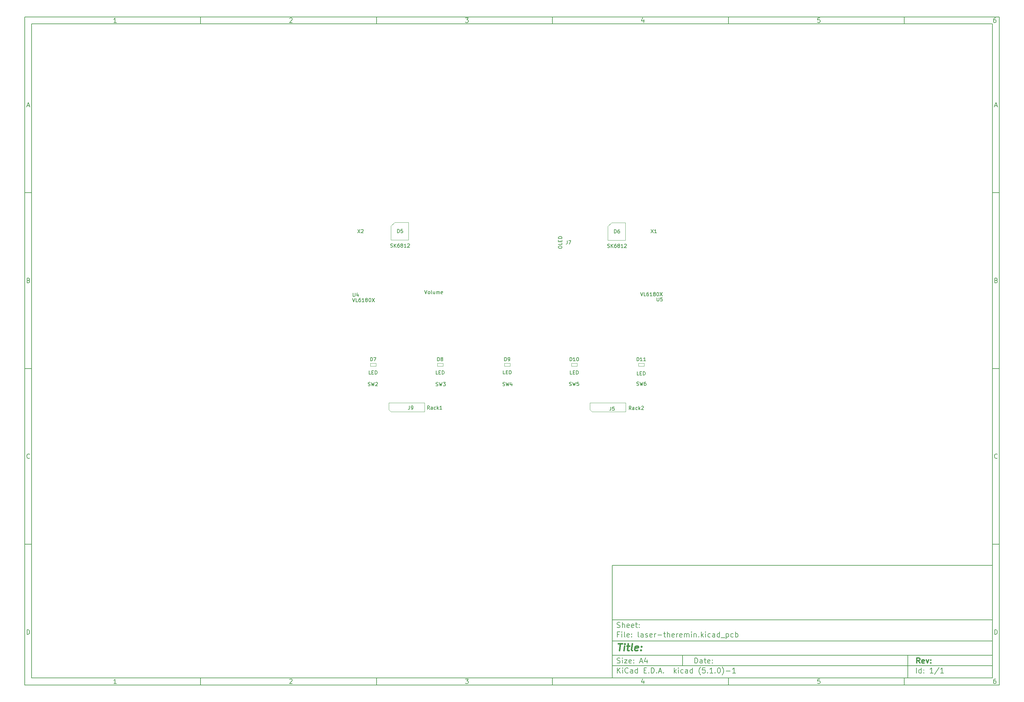
<source format=gbr>
G04 #@! TF.GenerationSoftware,KiCad,Pcbnew,(5.1.0)-1*
G04 #@! TF.CreationDate,2019-06-18T01:36:36-06:00*
G04 #@! TF.ProjectId,laser-theremin,6c617365-722d-4746-9865-72656d696e2e,rev?*
G04 #@! TF.SameCoordinates,Original*
G04 #@! TF.FileFunction,Other,Fab,Top*
%FSLAX46Y46*%
G04 Gerber Fmt 4.6, Leading zero omitted, Abs format (unit mm)*
G04 Created by KiCad (PCBNEW (5.1.0)-1) date 2019-06-18 01:36:36*
%MOMM*%
%LPD*%
G04 APERTURE LIST*
%ADD10C,0.100000*%
%ADD11C,0.150000*%
%ADD12C,0.300000*%
%ADD13C,0.400000*%
G04 APERTURE END LIST*
D10*
D11*
X177002200Y-166007200D02*
X177002200Y-198007200D01*
X285002200Y-198007200D01*
X285002200Y-166007200D01*
X177002200Y-166007200D01*
D10*
D11*
X10000000Y-10000000D02*
X10000000Y-200007200D01*
X287002200Y-200007200D01*
X287002200Y-10000000D01*
X10000000Y-10000000D01*
D10*
D11*
X12000000Y-12000000D02*
X12000000Y-198007200D01*
X285002200Y-198007200D01*
X285002200Y-12000000D01*
X12000000Y-12000000D01*
D10*
D11*
X60000000Y-12000000D02*
X60000000Y-10000000D01*
D10*
D11*
X110000000Y-12000000D02*
X110000000Y-10000000D01*
D10*
D11*
X160000000Y-12000000D02*
X160000000Y-10000000D01*
D10*
D11*
X210000000Y-12000000D02*
X210000000Y-10000000D01*
D10*
D11*
X260000000Y-12000000D02*
X260000000Y-10000000D01*
D10*
D11*
X36065476Y-11588095D02*
X35322619Y-11588095D01*
X35694047Y-11588095D02*
X35694047Y-10288095D01*
X35570238Y-10473809D01*
X35446428Y-10597619D01*
X35322619Y-10659523D01*
D10*
D11*
X85322619Y-10411904D02*
X85384523Y-10350000D01*
X85508333Y-10288095D01*
X85817857Y-10288095D01*
X85941666Y-10350000D01*
X86003571Y-10411904D01*
X86065476Y-10535714D01*
X86065476Y-10659523D01*
X86003571Y-10845238D01*
X85260714Y-11588095D01*
X86065476Y-11588095D01*
D10*
D11*
X135260714Y-10288095D02*
X136065476Y-10288095D01*
X135632142Y-10783333D01*
X135817857Y-10783333D01*
X135941666Y-10845238D01*
X136003571Y-10907142D01*
X136065476Y-11030952D01*
X136065476Y-11340476D01*
X136003571Y-11464285D01*
X135941666Y-11526190D01*
X135817857Y-11588095D01*
X135446428Y-11588095D01*
X135322619Y-11526190D01*
X135260714Y-11464285D01*
D10*
D11*
X185941666Y-10721428D02*
X185941666Y-11588095D01*
X185632142Y-10226190D02*
X185322619Y-11154761D01*
X186127380Y-11154761D01*
D10*
D11*
X236003571Y-10288095D02*
X235384523Y-10288095D01*
X235322619Y-10907142D01*
X235384523Y-10845238D01*
X235508333Y-10783333D01*
X235817857Y-10783333D01*
X235941666Y-10845238D01*
X236003571Y-10907142D01*
X236065476Y-11030952D01*
X236065476Y-11340476D01*
X236003571Y-11464285D01*
X235941666Y-11526190D01*
X235817857Y-11588095D01*
X235508333Y-11588095D01*
X235384523Y-11526190D01*
X235322619Y-11464285D01*
D10*
D11*
X285941666Y-10288095D02*
X285694047Y-10288095D01*
X285570238Y-10350000D01*
X285508333Y-10411904D01*
X285384523Y-10597619D01*
X285322619Y-10845238D01*
X285322619Y-11340476D01*
X285384523Y-11464285D01*
X285446428Y-11526190D01*
X285570238Y-11588095D01*
X285817857Y-11588095D01*
X285941666Y-11526190D01*
X286003571Y-11464285D01*
X286065476Y-11340476D01*
X286065476Y-11030952D01*
X286003571Y-10907142D01*
X285941666Y-10845238D01*
X285817857Y-10783333D01*
X285570238Y-10783333D01*
X285446428Y-10845238D01*
X285384523Y-10907142D01*
X285322619Y-11030952D01*
D10*
D11*
X60000000Y-198007200D02*
X60000000Y-200007200D01*
D10*
D11*
X110000000Y-198007200D02*
X110000000Y-200007200D01*
D10*
D11*
X160000000Y-198007200D02*
X160000000Y-200007200D01*
D10*
D11*
X210000000Y-198007200D02*
X210000000Y-200007200D01*
D10*
D11*
X260000000Y-198007200D02*
X260000000Y-200007200D01*
D10*
D11*
X36065476Y-199595295D02*
X35322619Y-199595295D01*
X35694047Y-199595295D02*
X35694047Y-198295295D01*
X35570238Y-198481009D01*
X35446428Y-198604819D01*
X35322619Y-198666723D01*
D10*
D11*
X85322619Y-198419104D02*
X85384523Y-198357200D01*
X85508333Y-198295295D01*
X85817857Y-198295295D01*
X85941666Y-198357200D01*
X86003571Y-198419104D01*
X86065476Y-198542914D01*
X86065476Y-198666723D01*
X86003571Y-198852438D01*
X85260714Y-199595295D01*
X86065476Y-199595295D01*
D10*
D11*
X135260714Y-198295295D02*
X136065476Y-198295295D01*
X135632142Y-198790533D01*
X135817857Y-198790533D01*
X135941666Y-198852438D01*
X136003571Y-198914342D01*
X136065476Y-199038152D01*
X136065476Y-199347676D01*
X136003571Y-199471485D01*
X135941666Y-199533390D01*
X135817857Y-199595295D01*
X135446428Y-199595295D01*
X135322619Y-199533390D01*
X135260714Y-199471485D01*
D10*
D11*
X185941666Y-198728628D02*
X185941666Y-199595295D01*
X185632142Y-198233390D02*
X185322619Y-199161961D01*
X186127380Y-199161961D01*
D10*
D11*
X236003571Y-198295295D02*
X235384523Y-198295295D01*
X235322619Y-198914342D01*
X235384523Y-198852438D01*
X235508333Y-198790533D01*
X235817857Y-198790533D01*
X235941666Y-198852438D01*
X236003571Y-198914342D01*
X236065476Y-199038152D01*
X236065476Y-199347676D01*
X236003571Y-199471485D01*
X235941666Y-199533390D01*
X235817857Y-199595295D01*
X235508333Y-199595295D01*
X235384523Y-199533390D01*
X235322619Y-199471485D01*
D10*
D11*
X285941666Y-198295295D02*
X285694047Y-198295295D01*
X285570238Y-198357200D01*
X285508333Y-198419104D01*
X285384523Y-198604819D01*
X285322619Y-198852438D01*
X285322619Y-199347676D01*
X285384523Y-199471485D01*
X285446428Y-199533390D01*
X285570238Y-199595295D01*
X285817857Y-199595295D01*
X285941666Y-199533390D01*
X286003571Y-199471485D01*
X286065476Y-199347676D01*
X286065476Y-199038152D01*
X286003571Y-198914342D01*
X285941666Y-198852438D01*
X285817857Y-198790533D01*
X285570238Y-198790533D01*
X285446428Y-198852438D01*
X285384523Y-198914342D01*
X285322619Y-199038152D01*
D10*
D11*
X10000000Y-60000000D02*
X12000000Y-60000000D01*
D10*
D11*
X10000000Y-110000000D02*
X12000000Y-110000000D01*
D10*
D11*
X10000000Y-160000000D02*
X12000000Y-160000000D01*
D10*
D11*
X10690476Y-35216666D02*
X11309523Y-35216666D01*
X10566666Y-35588095D02*
X11000000Y-34288095D01*
X11433333Y-35588095D01*
D10*
D11*
X11092857Y-84907142D02*
X11278571Y-84969047D01*
X11340476Y-85030952D01*
X11402380Y-85154761D01*
X11402380Y-85340476D01*
X11340476Y-85464285D01*
X11278571Y-85526190D01*
X11154761Y-85588095D01*
X10659523Y-85588095D01*
X10659523Y-84288095D01*
X11092857Y-84288095D01*
X11216666Y-84350000D01*
X11278571Y-84411904D01*
X11340476Y-84535714D01*
X11340476Y-84659523D01*
X11278571Y-84783333D01*
X11216666Y-84845238D01*
X11092857Y-84907142D01*
X10659523Y-84907142D01*
D10*
D11*
X11402380Y-135464285D02*
X11340476Y-135526190D01*
X11154761Y-135588095D01*
X11030952Y-135588095D01*
X10845238Y-135526190D01*
X10721428Y-135402380D01*
X10659523Y-135278571D01*
X10597619Y-135030952D01*
X10597619Y-134845238D01*
X10659523Y-134597619D01*
X10721428Y-134473809D01*
X10845238Y-134350000D01*
X11030952Y-134288095D01*
X11154761Y-134288095D01*
X11340476Y-134350000D01*
X11402380Y-134411904D01*
D10*
D11*
X10659523Y-185588095D02*
X10659523Y-184288095D01*
X10969047Y-184288095D01*
X11154761Y-184350000D01*
X11278571Y-184473809D01*
X11340476Y-184597619D01*
X11402380Y-184845238D01*
X11402380Y-185030952D01*
X11340476Y-185278571D01*
X11278571Y-185402380D01*
X11154761Y-185526190D01*
X10969047Y-185588095D01*
X10659523Y-185588095D01*
D10*
D11*
X287002200Y-60000000D02*
X285002200Y-60000000D01*
D10*
D11*
X287002200Y-110000000D02*
X285002200Y-110000000D01*
D10*
D11*
X287002200Y-160000000D02*
X285002200Y-160000000D01*
D10*
D11*
X285692676Y-35216666D02*
X286311723Y-35216666D01*
X285568866Y-35588095D02*
X286002200Y-34288095D01*
X286435533Y-35588095D01*
D10*
D11*
X286095057Y-84907142D02*
X286280771Y-84969047D01*
X286342676Y-85030952D01*
X286404580Y-85154761D01*
X286404580Y-85340476D01*
X286342676Y-85464285D01*
X286280771Y-85526190D01*
X286156961Y-85588095D01*
X285661723Y-85588095D01*
X285661723Y-84288095D01*
X286095057Y-84288095D01*
X286218866Y-84350000D01*
X286280771Y-84411904D01*
X286342676Y-84535714D01*
X286342676Y-84659523D01*
X286280771Y-84783333D01*
X286218866Y-84845238D01*
X286095057Y-84907142D01*
X285661723Y-84907142D01*
D10*
D11*
X286404580Y-135464285D02*
X286342676Y-135526190D01*
X286156961Y-135588095D01*
X286033152Y-135588095D01*
X285847438Y-135526190D01*
X285723628Y-135402380D01*
X285661723Y-135278571D01*
X285599819Y-135030952D01*
X285599819Y-134845238D01*
X285661723Y-134597619D01*
X285723628Y-134473809D01*
X285847438Y-134350000D01*
X286033152Y-134288095D01*
X286156961Y-134288095D01*
X286342676Y-134350000D01*
X286404580Y-134411904D01*
D10*
D11*
X285661723Y-185588095D02*
X285661723Y-184288095D01*
X285971247Y-184288095D01*
X286156961Y-184350000D01*
X286280771Y-184473809D01*
X286342676Y-184597619D01*
X286404580Y-184845238D01*
X286404580Y-185030952D01*
X286342676Y-185278571D01*
X286280771Y-185402380D01*
X286156961Y-185526190D01*
X285971247Y-185588095D01*
X285661723Y-185588095D01*
D10*
D11*
X200434342Y-193785771D02*
X200434342Y-192285771D01*
X200791485Y-192285771D01*
X201005771Y-192357200D01*
X201148628Y-192500057D01*
X201220057Y-192642914D01*
X201291485Y-192928628D01*
X201291485Y-193142914D01*
X201220057Y-193428628D01*
X201148628Y-193571485D01*
X201005771Y-193714342D01*
X200791485Y-193785771D01*
X200434342Y-193785771D01*
X202577200Y-193785771D02*
X202577200Y-193000057D01*
X202505771Y-192857200D01*
X202362914Y-192785771D01*
X202077200Y-192785771D01*
X201934342Y-192857200D01*
X202577200Y-193714342D02*
X202434342Y-193785771D01*
X202077200Y-193785771D01*
X201934342Y-193714342D01*
X201862914Y-193571485D01*
X201862914Y-193428628D01*
X201934342Y-193285771D01*
X202077200Y-193214342D01*
X202434342Y-193214342D01*
X202577200Y-193142914D01*
X203077200Y-192785771D02*
X203648628Y-192785771D01*
X203291485Y-192285771D02*
X203291485Y-193571485D01*
X203362914Y-193714342D01*
X203505771Y-193785771D01*
X203648628Y-193785771D01*
X204720057Y-193714342D02*
X204577200Y-193785771D01*
X204291485Y-193785771D01*
X204148628Y-193714342D01*
X204077200Y-193571485D01*
X204077200Y-193000057D01*
X204148628Y-192857200D01*
X204291485Y-192785771D01*
X204577200Y-192785771D01*
X204720057Y-192857200D01*
X204791485Y-193000057D01*
X204791485Y-193142914D01*
X204077200Y-193285771D01*
X205434342Y-193642914D02*
X205505771Y-193714342D01*
X205434342Y-193785771D01*
X205362914Y-193714342D01*
X205434342Y-193642914D01*
X205434342Y-193785771D01*
X205434342Y-192857200D02*
X205505771Y-192928628D01*
X205434342Y-193000057D01*
X205362914Y-192928628D01*
X205434342Y-192857200D01*
X205434342Y-193000057D01*
D10*
D11*
X177002200Y-194507200D02*
X285002200Y-194507200D01*
D10*
D11*
X178434342Y-196585771D02*
X178434342Y-195085771D01*
X179291485Y-196585771D02*
X178648628Y-195728628D01*
X179291485Y-195085771D02*
X178434342Y-195942914D01*
X179934342Y-196585771D02*
X179934342Y-195585771D01*
X179934342Y-195085771D02*
X179862914Y-195157200D01*
X179934342Y-195228628D01*
X180005771Y-195157200D01*
X179934342Y-195085771D01*
X179934342Y-195228628D01*
X181505771Y-196442914D02*
X181434342Y-196514342D01*
X181220057Y-196585771D01*
X181077200Y-196585771D01*
X180862914Y-196514342D01*
X180720057Y-196371485D01*
X180648628Y-196228628D01*
X180577200Y-195942914D01*
X180577200Y-195728628D01*
X180648628Y-195442914D01*
X180720057Y-195300057D01*
X180862914Y-195157200D01*
X181077200Y-195085771D01*
X181220057Y-195085771D01*
X181434342Y-195157200D01*
X181505771Y-195228628D01*
X182791485Y-196585771D02*
X182791485Y-195800057D01*
X182720057Y-195657200D01*
X182577200Y-195585771D01*
X182291485Y-195585771D01*
X182148628Y-195657200D01*
X182791485Y-196514342D02*
X182648628Y-196585771D01*
X182291485Y-196585771D01*
X182148628Y-196514342D01*
X182077200Y-196371485D01*
X182077200Y-196228628D01*
X182148628Y-196085771D01*
X182291485Y-196014342D01*
X182648628Y-196014342D01*
X182791485Y-195942914D01*
X184148628Y-196585771D02*
X184148628Y-195085771D01*
X184148628Y-196514342D02*
X184005771Y-196585771D01*
X183720057Y-196585771D01*
X183577200Y-196514342D01*
X183505771Y-196442914D01*
X183434342Y-196300057D01*
X183434342Y-195871485D01*
X183505771Y-195728628D01*
X183577200Y-195657200D01*
X183720057Y-195585771D01*
X184005771Y-195585771D01*
X184148628Y-195657200D01*
X186005771Y-195800057D02*
X186505771Y-195800057D01*
X186720057Y-196585771D02*
X186005771Y-196585771D01*
X186005771Y-195085771D01*
X186720057Y-195085771D01*
X187362914Y-196442914D02*
X187434342Y-196514342D01*
X187362914Y-196585771D01*
X187291485Y-196514342D01*
X187362914Y-196442914D01*
X187362914Y-196585771D01*
X188077200Y-196585771D02*
X188077200Y-195085771D01*
X188434342Y-195085771D01*
X188648628Y-195157200D01*
X188791485Y-195300057D01*
X188862914Y-195442914D01*
X188934342Y-195728628D01*
X188934342Y-195942914D01*
X188862914Y-196228628D01*
X188791485Y-196371485D01*
X188648628Y-196514342D01*
X188434342Y-196585771D01*
X188077200Y-196585771D01*
X189577200Y-196442914D02*
X189648628Y-196514342D01*
X189577200Y-196585771D01*
X189505771Y-196514342D01*
X189577200Y-196442914D01*
X189577200Y-196585771D01*
X190220057Y-196157200D02*
X190934342Y-196157200D01*
X190077200Y-196585771D02*
X190577200Y-195085771D01*
X191077200Y-196585771D01*
X191577200Y-196442914D02*
X191648628Y-196514342D01*
X191577200Y-196585771D01*
X191505771Y-196514342D01*
X191577200Y-196442914D01*
X191577200Y-196585771D01*
X194577200Y-196585771D02*
X194577200Y-195085771D01*
X194720057Y-196014342D02*
X195148628Y-196585771D01*
X195148628Y-195585771D02*
X194577200Y-196157200D01*
X195791485Y-196585771D02*
X195791485Y-195585771D01*
X195791485Y-195085771D02*
X195720057Y-195157200D01*
X195791485Y-195228628D01*
X195862914Y-195157200D01*
X195791485Y-195085771D01*
X195791485Y-195228628D01*
X197148628Y-196514342D02*
X197005771Y-196585771D01*
X196720057Y-196585771D01*
X196577200Y-196514342D01*
X196505771Y-196442914D01*
X196434342Y-196300057D01*
X196434342Y-195871485D01*
X196505771Y-195728628D01*
X196577200Y-195657200D01*
X196720057Y-195585771D01*
X197005771Y-195585771D01*
X197148628Y-195657200D01*
X198434342Y-196585771D02*
X198434342Y-195800057D01*
X198362914Y-195657200D01*
X198220057Y-195585771D01*
X197934342Y-195585771D01*
X197791485Y-195657200D01*
X198434342Y-196514342D02*
X198291485Y-196585771D01*
X197934342Y-196585771D01*
X197791485Y-196514342D01*
X197720057Y-196371485D01*
X197720057Y-196228628D01*
X197791485Y-196085771D01*
X197934342Y-196014342D01*
X198291485Y-196014342D01*
X198434342Y-195942914D01*
X199791485Y-196585771D02*
X199791485Y-195085771D01*
X199791485Y-196514342D02*
X199648628Y-196585771D01*
X199362914Y-196585771D01*
X199220057Y-196514342D01*
X199148628Y-196442914D01*
X199077200Y-196300057D01*
X199077200Y-195871485D01*
X199148628Y-195728628D01*
X199220057Y-195657200D01*
X199362914Y-195585771D01*
X199648628Y-195585771D01*
X199791485Y-195657200D01*
X202077200Y-197157200D02*
X202005771Y-197085771D01*
X201862914Y-196871485D01*
X201791485Y-196728628D01*
X201720057Y-196514342D01*
X201648628Y-196157200D01*
X201648628Y-195871485D01*
X201720057Y-195514342D01*
X201791485Y-195300057D01*
X201862914Y-195157200D01*
X202005771Y-194942914D01*
X202077200Y-194871485D01*
X203362914Y-195085771D02*
X202648628Y-195085771D01*
X202577200Y-195800057D01*
X202648628Y-195728628D01*
X202791485Y-195657200D01*
X203148628Y-195657200D01*
X203291485Y-195728628D01*
X203362914Y-195800057D01*
X203434342Y-195942914D01*
X203434342Y-196300057D01*
X203362914Y-196442914D01*
X203291485Y-196514342D01*
X203148628Y-196585771D01*
X202791485Y-196585771D01*
X202648628Y-196514342D01*
X202577200Y-196442914D01*
X204077200Y-196442914D02*
X204148628Y-196514342D01*
X204077200Y-196585771D01*
X204005771Y-196514342D01*
X204077200Y-196442914D01*
X204077200Y-196585771D01*
X205577200Y-196585771D02*
X204720057Y-196585771D01*
X205148628Y-196585771D02*
X205148628Y-195085771D01*
X205005771Y-195300057D01*
X204862914Y-195442914D01*
X204720057Y-195514342D01*
X206220057Y-196442914D02*
X206291485Y-196514342D01*
X206220057Y-196585771D01*
X206148628Y-196514342D01*
X206220057Y-196442914D01*
X206220057Y-196585771D01*
X207220057Y-195085771D02*
X207362914Y-195085771D01*
X207505771Y-195157200D01*
X207577200Y-195228628D01*
X207648628Y-195371485D01*
X207720057Y-195657200D01*
X207720057Y-196014342D01*
X207648628Y-196300057D01*
X207577200Y-196442914D01*
X207505771Y-196514342D01*
X207362914Y-196585771D01*
X207220057Y-196585771D01*
X207077200Y-196514342D01*
X207005771Y-196442914D01*
X206934342Y-196300057D01*
X206862914Y-196014342D01*
X206862914Y-195657200D01*
X206934342Y-195371485D01*
X207005771Y-195228628D01*
X207077200Y-195157200D01*
X207220057Y-195085771D01*
X208220057Y-197157200D02*
X208291485Y-197085771D01*
X208434342Y-196871485D01*
X208505771Y-196728628D01*
X208577200Y-196514342D01*
X208648628Y-196157200D01*
X208648628Y-195871485D01*
X208577200Y-195514342D01*
X208505771Y-195300057D01*
X208434342Y-195157200D01*
X208291485Y-194942914D01*
X208220057Y-194871485D01*
X209362914Y-196014342D02*
X210505771Y-196014342D01*
X212005771Y-196585771D02*
X211148628Y-196585771D01*
X211577200Y-196585771D02*
X211577200Y-195085771D01*
X211434342Y-195300057D01*
X211291485Y-195442914D01*
X211148628Y-195514342D01*
D10*
D11*
X177002200Y-191507200D02*
X285002200Y-191507200D01*
D10*
D12*
X264411485Y-193785771D02*
X263911485Y-193071485D01*
X263554342Y-193785771D02*
X263554342Y-192285771D01*
X264125771Y-192285771D01*
X264268628Y-192357200D01*
X264340057Y-192428628D01*
X264411485Y-192571485D01*
X264411485Y-192785771D01*
X264340057Y-192928628D01*
X264268628Y-193000057D01*
X264125771Y-193071485D01*
X263554342Y-193071485D01*
X265625771Y-193714342D02*
X265482914Y-193785771D01*
X265197200Y-193785771D01*
X265054342Y-193714342D01*
X264982914Y-193571485D01*
X264982914Y-193000057D01*
X265054342Y-192857200D01*
X265197200Y-192785771D01*
X265482914Y-192785771D01*
X265625771Y-192857200D01*
X265697200Y-193000057D01*
X265697200Y-193142914D01*
X264982914Y-193285771D01*
X266197200Y-192785771D02*
X266554342Y-193785771D01*
X266911485Y-192785771D01*
X267482914Y-193642914D02*
X267554342Y-193714342D01*
X267482914Y-193785771D01*
X267411485Y-193714342D01*
X267482914Y-193642914D01*
X267482914Y-193785771D01*
X267482914Y-192857200D02*
X267554342Y-192928628D01*
X267482914Y-193000057D01*
X267411485Y-192928628D01*
X267482914Y-192857200D01*
X267482914Y-193000057D01*
D10*
D11*
X178362914Y-193714342D02*
X178577200Y-193785771D01*
X178934342Y-193785771D01*
X179077200Y-193714342D01*
X179148628Y-193642914D01*
X179220057Y-193500057D01*
X179220057Y-193357200D01*
X179148628Y-193214342D01*
X179077200Y-193142914D01*
X178934342Y-193071485D01*
X178648628Y-193000057D01*
X178505771Y-192928628D01*
X178434342Y-192857200D01*
X178362914Y-192714342D01*
X178362914Y-192571485D01*
X178434342Y-192428628D01*
X178505771Y-192357200D01*
X178648628Y-192285771D01*
X179005771Y-192285771D01*
X179220057Y-192357200D01*
X179862914Y-193785771D02*
X179862914Y-192785771D01*
X179862914Y-192285771D02*
X179791485Y-192357200D01*
X179862914Y-192428628D01*
X179934342Y-192357200D01*
X179862914Y-192285771D01*
X179862914Y-192428628D01*
X180434342Y-192785771D02*
X181220057Y-192785771D01*
X180434342Y-193785771D01*
X181220057Y-193785771D01*
X182362914Y-193714342D02*
X182220057Y-193785771D01*
X181934342Y-193785771D01*
X181791485Y-193714342D01*
X181720057Y-193571485D01*
X181720057Y-193000057D01*
X181791485Y-192857200D01*
X181934342Y-192785771D01*
X182220057Y-192785771D01*
X182362914Y-192857200D01*
X182434342Y-193000057D01*
X182434342Y-193142914D01*
X181720057Y-193285771D01*
X183077200Y-193642914D02*
X183148628Y-193714342D01*
X183077200Y-193785771D01*
X183005771Y-193714342D01*
X183077200Y-193642914D01*
X183077200Y-193785771D01*
X183077200Y-192857200D02*
X183148628Y-192928628D01*
X183077200Y-193000057D01*
X183005771Y-192928628D01*
X183077200Y-192857200D01*
X183077200Y-193000057D01*
X184862914Y-193357200D02*
X185577200Y-193357200D01*
X184720057Y-193785771D02*
X185220057Y-192285771D01*
X185720057Y-193785771D01*
X186862914Y-192785771D02*
X186862914Y-193785771D01*
X186505771Y-192214342D02*
X186148628Y-193285771D01*
X187077200Y-193285771D01*
D10*
D11*
X263434342Y-196585771D02*
X263434342Y-195085771D01*
X264791485Y-196585771D02*
X264791485Y-195085771D01*
X264791485Y-196514342D02*
X264648628Y-196585771D01*
X264362914Y-196585771D01*
X264220057Y-196514342D01*
X264148628Y-196442914D01*
X264077200Y-196300057D01*
X264077200Y-195871485D01*
X264148628Y-195728628D01*
X264220057Y-195657200D01*
X264362914Y-195585771D01*
X264648628Y-195585771D01*
X264791485Y-195657200D01*
X265505771Y-196442914D02*
X265577200Y-196514342D01*
X265505771Y-196585771D01*
X265434342Y-196514342D01*
X265505771Y-196442914D01*
X265505771Y-196585771D01*
X265505771Y-195657200D02*
X265577200Y-195728628D01*
X265505771Y-195800057D01*
X265434342Y-195728628D01*
X265505771Y-195657200D01*
X265505771Y-195800057D01*
X268148628Y-196585771D02*
X267291485Y-196585771D01*
X267720057Y-196585771D02*
X267720057Y-195085771D01*
X267577200Y-195300057D01*
X267434342Y-195442914D01*
X267291485Y-195514342D01*
X269862914Y-195014342D02*
X268577200Y-196942914D01*
X271148628Y-196585771D02*
X270291485Y-196585771D01*
X270720057Y-196585771D02*
X270720057Y-195085771D01*
X270577200Y-195300057D01*
X270434342Y-195442914D01*
X270291485Y-195514342D01*
D10*
D11*
X177002200Y-187507200D02*
X285002200Y-187507200D01*
D10*
D13*
X178714580Y-188211961D02*
X179857438Y-188211961D01*
X179036009Y-190211961D02*
X179286009Y-188211961D01*
X180274104Y-190211961D02*
X180440771Y-188878628D01*
X180524104Y-188211961D02*
X180416961Y-188307200D01*
X180500295Y-188402438D01*
X180607438Y-188307200D01*
X180524104Y-188211961D01*
X180500295Y-188402438D01*
X181107438Y-188878628D02*
X181869342Y-188878628D01*
X181476485Y-188211961D02*
X181262200Y-189926247D01*
X181333628Y-190116723D01*
X181512200Y-190211961D01*
X181702676Y-190211961D01*
X182655057Y-190211961D02*
X182476485Y-190116723D01*
X182405057Y-189926247D01*
X182619342Y-188211961D01*
X184190771Y-190116723D02*
X183988390Y-190211961D01*
X183607438Y-190211961D01*
X183428866Y-190116723D01*
X183357438Y-189926247D01*
X183452676Y-189164342D01*
X183571723Y-188973866D01*
X183774104Y-188878628D01*
X184155057Y-188878628D01*
X184333628Y-188973866D01*
X184405057Y-189164342D01*
X184381247Y-189354819D01*
X183405057Y-189545295D01*
X185155057Y-190021485D02*
X185238390Y-190116723D01*
X185131247Y-190211961D01*
X185047914Y-190116723D01*
X185155057Y-190021485D01*
X185131247Y-190211961D01*
X185286009Y-188973866D02*
X185369342Y-189069104D01*
X185262200Y-189164342D01*
X185178866Y-189069104D01*
X185286009Y-188973866D01*
X185262200Y-189164342D01*
D10*
D11*
X178934342Y-185600057D02*
X178434342Y-185600057D01*
X178434342Y-186385771D02*
X178434342Y-184885771D01*
X179148628Y-184885771D01*
X179720057Y-186385771D02*
X179720057Y-185385771D01*
X179720057Y-184885771D02*
X179648628Y-184957200D01*
X179720057Y-185028628D01*
X179791485Y-184957200D01*
X179720057Y-184885771D01*
X179720057Y-185028628D01*
X180648628Y-186385771D02*
X180505771Y-186314342D01*
X180434342Y-186171485D01*
X180434342Y-184885771D01*
X181791485Y-186314342D02*
X181648628Y-186385771D01*
X181362914Y-186385771D01*
X181220057Y-186314342D01*
X181148628Y-186171485D01*
X181148628Y-185600057D01*
X181220057Y-185457200D01*
X181362914Y-185385771D01*
X181648628Y-185385771D01*
X181791485Y-185457200D01*
X181862914Y-185600057D01*
X181862914Y-185742914D01*
X181148628Y-185885771D01*
X182505771Y-186242914D02*
X182577200Y-186314342D01*
X182505771Y-186385771D01*
X182434342Y-186314342D01*
X182505771Y-186242914D01*
X182505771Y-186385771D01*
X182505771Y-185457200D02*
X182577200Y-185528628D01*
X182505771Y-185600057D01*
X182434342Y-185528628D01*
X182505771Y-185457200D01*
X182505771Y-185600057D01*
X184577200Y-186385771D02*
X184434342Y-186314342D01*
X184362914Y-186171485D01*
X184362914Y-184885771D01*
X185791485Y-186385771D02*
X185791485Y-185600057D01*
X185720057Y-185457200D01*
X185577200Y-185385771D01*
X185291485Y-185385771D01*
X185148628Y-185457200D01*
X185791485Y-186314342D02*
X185648628Y-186385771D01*
X185291485Y-186385771D01*
X185148628Y-186314342D01*
X185077200Y-186171485D01*
X185077200Y-186028628D01*
X185148628Y-185885771D01*
X185291485Y-185814342D01*
X185648628Y-185814342D01*
X185791485Y-185742914D01*
X186434342Y-186314342D02*
X186577200Y-186385771D01*
X186862914Y-186385771D01*
X187005771Y-186314342D01*
X187077200Y-186171485D01*
X187077200Y-186100057D01*
X187005771Y-185957200D01*
X186862914Y-185885771D01*
X186648628Y-185885771D01*
X186505771Y-185814342D01*
X186434342Y-185671485D01*
X186434342Y-185600057D01*
X186505771Y-185457200D01*
X186648628Y-185385771D01*
X186862914Y-185385771D01*
X187005771Y-185457200D01*
X188291485Y-186314342D02*
X188148628Y-186385771D01*
X187862914Y-186385771D01*
X187720057Y-186314342D01*
X187648628Y-186171485D01*
X187648628Y-185600057D01*
X187720057Y-185457200D01*
X187862914Y-185385771D01*
X188148628Y-185385771D01*
X188291485Y-185457200D01*
X188362914Y-185600057D01*
X188362914Y-185742914D01*
X187648628Y-185885771D01*
X189005771Y-186385771D02*
X189005771Y-185385771D01*
X189005771Y-185671485D02*
X189077200Y-185528628D01*
X189148628Y-185457200D01*
X189291485Y-185385771D01*
X189434342Y-185385771D01*
X189934342Y-185814342D02*
X191077200Y-185814342D01*
X191577200Y-185385771D02*
X192148628Y-185385771D01*
X191791485Y-184885771D02*
X191791485Y-186171485D01*
X191862914Y-186314342D01*
X192005771Y-186385771D01*
X192148628Y-186385771D01*
X192648628Y-186385771D02*
X192648628Y-184885771D01*
X193291485Y-186385771D02*
X193291485Y-185600057D01*
X193220057Y-185457200D01*
X193077200Y-185385771D01*
X192862914Y-185385771D01*
X192720057Y-185457200D01*
X192648628Y-185528628D01*
X194577200Y-186314342D02*
X194434342Y-186385771D01*
X194148628Y-186385771D01*
X194005771Y-186314342D01*
X193934342Y-186171485D01*
X193934342Y-185600057D01*
X194005771Y-185457200D01*
X194148628Y-185385771D01*
X194434342Y-185385771D01*
X194577200Y-185457200D01*
X194648628Y-185600057D01*
X194648628Y-185742914D01*
X193934342Y-185885771D01*
X195291485Y-186385771D02*
X195291485Y-185385771D01*
X195291485Y-185671485D02*
X195362914Y-185528628D01*
X195434342Y-185457200D01*
X195577200Y-185385771D01*
X195720057Y-185385771D01*
X196791485Y-186314342D02*
X196648628Y-186385771D01*
X196362914Y-186385771D01*
X196220057Y-186314342D01*
X196148628Y-186171485D01*
X196148628Y-185600057D01*
X196220057Y-185457200D01*
X196362914Y-185385771D01*
X196648628Y-185385771D01*
X196791485Y-185457200D01*
X196862914Y-185600057D01*
X196862914Y-185742914D01*
X196148628Y-185885771D01*
X197505771Y-186385771D02*
X197505771Y-185385771D01*
X197505771Y-185528628D02*
X197577200Y-185457200D01*
X197720057Y-185385771D01*
X197934342Y-185385771D01*
X198077200Y-185457200D01*
X198148628Y-185600057D01*
X198148628Y-186385771D01*
X198148628Y-185600057D02*
X198220057Y-185457200D01*
X198362914Y-185385771D01*
X198577200Y-185385771D01*
X198720057Y-185457200D01*
X198791485Y-185600057D01*
X198791485Y-186385771D01*
X199505771Y-186385771D02*
X199505771Y-185385771D01*
X199505771Y-184885771D02*
X199434342Y-184957200D01*
X199505771Y-185028628D01*
X199577200Y-184957200D01*
X199505771Y-184885771D01*
X199505771Y-185028628D01*
X200220057Y-185385771D02*
X200220057Y-186385771D01*
X200220057Y-185528628D02*
X200291485Y-185457200D01*
X200434342Y-185385771D01*
X200648628Y-185385771D01*
X200791485Y-185457200D01*
X200862914Y-185600057D01*
X200862914Y-186385771D01*
X201577200Y-186242914D02*
X201648628Y-186314342D01*
X201577200Y-186385771D01*
X201505771Y-186314342D01*
X201577200Y-186242914D01*
X201577200Y-186385771D01*
X202291485Y-186385771D02*
X202291485Y-184885771D01*
X202434342Y-185814342D02*
X202862914Y-186385771D01*
X202862914Y-185385771D02*
X202291485Y-185957200D01*
X203505771Y-186385771D02*
X203505771Y-185385771D01*
X203505771Y-184885771D02*
X203434342Y-184957200D01*
X203505771Y-185028628D01*
X203577200Y-184957200D01*
X203505771Y-184885771D01*
X203505771Y-185028628D01*
X204862914Y-186314342D02*
X204720057Y-186385771D01*
X204434342Y-186385771D01*
X204291485Y-186314342D01*
X204220057Y-186242914D01*
X204148628Y-186100057D01*
X204148628Y-185671485D01*
X204220057Y-185528628D01*
X204291485Y-185457200D01*
X204434342Y-185385771D01*
X204720057Y-185385771D01*
X204862914Y-185457200D01*
X206148628Y-186385771D02*
X206148628Y-185600057D01*
X206077200Y-185457200D01*
X205934342Y-185385771D01*
X205648628Y-185385771D01*
X205505771Y-185457200D01*
X206148628Y-186314342D02*
X206005771Y-186385771D01*
X205648628Y-186385771D01*
X205505771Y-186314342D01*
X205434342Y-186171485D01*
X205434342Y-186028628D01*
X205505771Y-185885771D01*
X205648628Y-185814342D01*
X206005771Y-185814342D01*
X206148628Y-185742914D01*
X207505771Y-186385771D02*
X207505771Y-184885771D01*
X207505771Y-186314342D02*
X207362914Y-186385771D01*
X207077200Y-186385771D01*
X206934342Y-186314342D01*
X206862914Y-186242914D01*
X206791485Y-186100057D01*
X206791485Y-185671485D01*
X206862914Y-185528628D01*
X206934342Y-185457200D01*
X207077200Y-185385771D01*
X207362914Y-185385771D01*
X207505771Y-185457200D01*
X207862914Y-186528628D02*
X209005771Y-186528628D01*
X209362914Y-185385771D02*
X209362914Y-186885771D01*
X209362914Y-185457200D02*
X209505771Y-185385771D01*
X209791485Y-185385771D01*
X209934342Y-185457200D01*
X210005771Y-185528628D01*
X210077200Y-185671485D01*
X210077200Y-186100057D01*
X210005771Y-186242914D01*
X209934342Y-186314342D01*
X209791485Y-186385771D01*
X209505771Y-186385771D01*
X209362914Y-186314342D01*
X211362914Y-186314342D02*
X211220057Y-186385771D01*
X210934342Y-186385771D01*
X210791485Y-186314342D01*
X210720057Y-186242914D01*
X210648628Y-186100057D01*
X210648628Y-185671485D01*
X210720057Y-185528628D01*
X210791485Y-185457200D01*
X210934342Y-185385771D01*
X211220057Y-185385771D01*
X211362914Y-185457200D01*
X212005771Y-186385771D02*
X212005771Y-184885771D01*
X212005771Y-185457200D02*
X212148628Y-185385771D01*
X212434342Y-185385771D01*
X212577200Y-185457200D01*
X212648628Y-185528628D01*
X212720057Y-185671485D01*
X212720057Y-186100057D01*
X212648628Y-186242914D01*
X212577200Y-186314342D01*
X212434342Y-186385771D01*
X212148628Y-186385771D01*
X212005771Y-186314342D01*
D10*
D11*
X177002200Y-181507200D02*
X285002200Y-181507200D01*
D10*
D11*
X178362914Y-183614342D02*
X178577200Y-183685771D01*
X178934342Y-183685771D01*
X179077200Y-183614342D01*
X179148628Y-183542914D01*
X179220057Y-183400057D01*
X179220057Y-183257200D01*
X179148628Y-183114342D01*
X179077200Y-183042914D01*
X178934342Y-182971485D01*
X178648628Y-182900057D01*
X178505771Y-182828628D01*
X178434342Y-182757200D01*
X178362914Y-182614342D01*
X178362914Y-182471485D01*
X178434342Y-182328628D01*
X178505771Y-182257200D01*
X178648628Y-182185771D01*
X179005771Y-182185771D01*
X179220057Y-182257200D01*
X179862914Y-183685771D02*
X179862914Y-182185771D01*
X180505771Y-183685771D02*
X180505771Y-182900057D01*
X180434342Y-182757200D01*
X180291485Y-182685771D01*
X180077200Y-182685771D01*
X179934342Y-182757200D01*
X179862914Y-182828628D01*
X181791485Y-183614342D02*
X181648628Y-183685771D01*
X181362914Y-183685771D01*
X181220057Y-183614342D01*
X181148628Y-183471485D01*
X181148628Y-182900057D01*
X181220057Y-182757200D01*
X181362914Y-182685771D01*
X181648628Y-182685771D01*
X181791485Y-182757200D01*
X181862914Y-182900057D01*
X181862914Y-183042914D01*
X181148628Y-183185771D01*
X183077200Y-183614342D02*
X182934342Y-183685771D01*
X182648628Y-183685771D01*
X182505771Y-183614342D01*
X182434342Y-183471485D01*
X182434342Y-182900057D01*
X182505771Y-182757200D01*
X182648628Y-182685771D01*
X182934342Y-182685771D01*
X183077200Y-182757200D01*
X183148628Y-182900057D01*
X183148628Y-183042914D01*
X182434342Y-183185771D01*
X183577200Y-182685771D02*
X184148628Y-182685771D01*
X183791485Y-182185771D02*
X183791485Y-183471485D01*
X183862914Y-183614342D01*
X184005771Y-183685771D01*
X184148628Y-183685771D01*
X184648628Y-183542914D02*
X184720057Y-183614342D01*
X184648628Y-183685771D01*
X184577200Y-183614342D01*
X184648628Y-183542914D01*
X184648628Y-183685771D01*
X184648628Y-182757200D02*
X184720057Y-182828628D01*
X184648628Y-182900057D01*
X184577200Y-182828628D01*
X184648628Y-182757200D01*
X184648628Y-182900057D01*
D10*
D11*
X197002200Y-191507200D02*
X197002200Y-194507200D01*
D10*
D11*
X261002200Y-191507200D02*
X261002200Y-198007200D01*
D10*
X184415000Y-109310000D02*
X184415000Y-108510000D01*
X186015000Y-109310000D02*
X184415000Y-109310000D01*
X186015000Y-108510000D02*
X186015000Y-109310000D01*
X184415000Y-108510000D02*
X186015000Y-108510000D01*
X108220000Y-109310000D02*
X108220000Y-108510000D01*
X109820000Y-109310000D02*
X108220000Y-109310000D01*
X109820000Y-108510000D02*
X109820000Y-109310000D01*
X108220000Y-108510000D02*
X109820000Y-108510000D01*
X127265000Y-109310000D02*
X127265000Y-108510000D01*
X128865000Y-109310000D02*
X127265000Y-109310000D01*
X128865000Y-108510000D02*
X128865000Y-109310000D01*
X127265000Y-108510000D02*
X128865000Y-108510000D01*
X146315000Y-109310000D02*
X146315000Y-108510000D01*
X147915000Y-109310000D02*
X146315000Y-109310000D01*
X147915000Y-108510000D02*
X147915000Y-109310000D01*
X146315000Y-108510000D02*
X147915000Y-108510000D01*
X165365000Y-109310000D02*
X165365000Y-108510000D01*
X166965000Y-109310000D02*
X165365000Y-109310000D01*
X166965000Y-108510000D02*
X166965000Y-109310000D01*
X165365000Y-108510000D02*
X166965000Y-108510000D01*
X114100000Y-69486960D02*
X115136960Y-68450000D01*
X119100000Y-73450000D02*
X114100000Y-73450000D01*
X114100000Y-73450000D02*
X114100000Y-69487600D01*
X119100000Y-68450000D02*
X119100000Y-73450000D01*
X115137600Y-68450000D02*
X119100000Y-68450000D01*
X175750000Y-69556960D02*
X176786960Y-68520000D01*
X180750000Y-73520000D02*
X175750000Y-73520000D01*
X175750000Y-73520000D02*
X175750000Y-69557600D01*
X180750000Y-68520000D02*
X180750000Y-73520000D01*
X176787600Y-68520000D02*
X180750000Y-68520000D01*
X170600000Y-121675000D02*
X170600000Y-119770000D01*
X170600000Y-119770000D02*
X180760000Y-119770000D01*
X180760000Y-119770000D02*
X180760000Y-122310000D01*
X180760000Y-122310000D02*
X171235000Y-122310000D01*
X171235000Y-122310000D02*
X170600000Y-121675000D01*
X114095000Y-122320000D02*
X113460000Y-121685000D01*
X123620000Y-122320000D02*
X114095000Y-122320000D01*
X123620000Y-119780000D02*
X123620000Y-122320000D01*
X113460000Y-119780000D02*
X123620000Y-119780000D01*
X113460000Y-121685000D02*
X113460000Y-119780000D01*
D11*
X184547142Y-111862380D02*
X184070952Y-111862380D01*
X184070952Y-110862380D01*
X184880476Y-111338571D02*
X185213809Y-111338571D01*
X185356666Y-111862380D02*
X184880476Y-111862380D01*
X184880476Y-110862380D01*
X185356666Y-110862380D01*
X185785238Y-111862380D02*
X185785238Y-110862380D01*
X186023333Y-110862380D01*
X186166190Y-110910000D01*
X186261428Y-111005238D01*
X186309047Y-111100476D01*
X186356666Y-111290952D01*
X186356666Y-111433809D01*
X186309047Y-111624285D01*
X186261428Y-111719523D01*
X186166190Y-111814761D01*
X186023333Y-111862380D01*
X185785238Y-111862380D01*
X184000714Y-107837380D02*
X184000714Y-106837380D01*
X184238809Y-106837380D01*
X184381666Y-106885000D01*
X184476904Y-106980238D01*
X184524523Y-107075476D01*
X184572142Y-107265952D01*
X184572142Y-107408809D01*
X184524523Y-107599285D01*
X184476904Y-107694523D01*
X184381666Y-107789761D01*
X184238809Y-107837380D01*
X184000714Y-107837380D01*
X185524523Y-107837380D02*
X184953095Y-107837380D01*
X185238809Y-107837380D02*
X185238809Y-106837380D01*
X185143571Y-106980238D01*
X185048333Y-107075476D01*
X184953095Y-107123095D01*
X186476904Y-107837380D02*
X185905476Y-107837380D01*
X186191190Y-107837380D02*
X186191190Y-106837380D01*
X186095952Y-106980238D01*
X186000714Y-107075476D01*
X185905476Y-107123095D01*
X108367142Y-111612380D02*
X107890952Y-111612380D01*
X107890952Y-110612380D01*
X108700476Y-111088571D02*
X109033809Y-111088571D01*
X109176666Y-111612380D02*
X108700476Y-111612380D01*
X108700476Y-110612380D01*
X109176666Y-110612380D01*
X109605238Y-111612380D02*
X109605238Y-110612380D01*
X109843333Y-110612380D01*
X109986190Y-110660000D01*
X110081428Y-110755238D01*
X110129047Y-110850476D01*
X110176666Y-111040952D01*
X110176666Y-111183809D01*
X110129047Y-111374285D01*
X110081428Y-111469523D01*
X109986190Y-111564761D01*
X109843333Y-111612380D01*
X109605238Y-111612380D01*
X108281904Y-107837380D02*
X108281904Y-106837380D01*
X108520000Y-106837380D01*
X108662857Y-106885000D01*
X108758095Y-106980238D01*
X108805714Y-107075476D01*
X108853333Y-107265952D01*
X108853333Y-107408809D01*
X108805714Y-107599285D01*
X108758095Y-107694523D01*
X108662857Y-107789761D01*
X108520000Y-107837380D01*
X108281904Y-107837380D01*
X109186666Y-106837380D02*
X109853333Y-106837380D01*
X109424761Y-107837380D01*
X127397142Y-111622380D02*
X126920952Y-111622380D01*
X126920952Y-110622380D01*
X127730476Y-111098571D02*
X128063809Y-111098571D01*
X128206666Y-111622380D02*
X127730476Y-111622380D01*
X127730476Y-110622380D01*
X128206666Y-110622380D01*
X128635238Y-111622380D02*
X128635238Y-110622380D01*
X128873333Y-110622380D01*
X129016190Y-110670000D01*
X129111428Y-110765238D01*
X129159047Y-110860476D01*
X129206666Y-111050952D01*
X129206666Y-111193809D01*
X129159047Y-111384285D01*
X129111428Y-111479523D01*
X129016190Y-111574761D01*
X128873333Y-111622380D01*
X128635238Y-111622380D01*
X127326904Y-107837380D02*
X127326904Y-106837380D01*
X127565000Y-106837380D01*
X127707857Y-106885000D01*
X127803095Y-106980238D01*
X127850714Y-107075476D01*
X127898333Y-107265952D01*
X127898333Y-107408809D01*
X127850714Y-107599285D01*
X127803095Y-107694523D01*
X127707857Y-107789761D01*
X127565000Y-107837380D01*
X127326904Y-107837380D01*
X128469761Y-107265952D02*
X128374523Y-107218333D01*
X128326904Y-107170714D01*
X128279285Y-107075476D01*
X128279285Y-107027857D01*
X128326904Y-106932619D01*
X128374523Y-106885000D01*
X128469761Y-106837380D01*
X128660238Y-106837380D01*
X128755476Y-106885000D01*
X128803095Y-106932619D01*
X128850714Y-107027857D01*
X128850714Y-107075476D01*
X128803095Y-107170714D01*
X128755476Y-107218333D01*
X128660238Y-107265952D01*
X128469761Y-107265952D01*
X128374523Y-107313571D01*
X128326904Y-107361190D01*
X128279285Y-107456428D01*
X128279285Y-107646904D01*
X128326904Y-107742142D01*
X128374523Y-107789761D01*
X128469761Y-107837380D01*
X128660238Y-107837380D01*
X128755476Y-107789761D01*
X128803095Y-107742142D01*
X128850714Y-107646904D01*
X128850714Y-107456428D01*
X128803095Y-107361190D01*
X128755476Y-107313571D01*
X128660238Y-107265952D01*
X146477142Y-111562380D02*
X146000952Y-111562380D01*
X146000952Y-110562380D01*
X146810476Y-111038571D02*
X147143809Y-111038571D01*
X147286666Y-111562380D02*
X146810476Y-111562380D01*
X146810476Y-110562380D01*
X147286666Y-110562380D01*
X147715238Y-111562380D02*
X147715238Y-110562380D01*
X147953333Y-110562380D01*
X148096190Y-110610000D01*
X148191428Y-110705238D01*
X148239047Y-110800476D01*
X148286666Y-110990952D01*
X148286666Y-111133809D01*
X148239047Y-111324285D01*
X148191428Y-111419523D01*
X148096190Y-111514761D01*
X147953333Y-111562380D01*
X147715238Y-111562380D01*
X146376904Y-107837380D02*
X146376904Y-106837380D01*
X146615000Y-106837380D01*
X146757857Y-106885000D01*
X146853095Y-106980238D01*
X146900714Y-107075476D01*
X146948333Y-107265952D01*
X146948333Y-107408809D01*
X146900714Y-107599285D01*
X146853095Y-107694523D01*
X146757857Y-107789761D01*
X146615000Y-107837380D01*
X146376904Y-107837380D01*
X147424523Y-107837380D02*
X147615000Y-107837380D01*
X147710238Y-107789761D01*
X147757857Y-107742142D01*
X147853095Y-107599285D01*
X147900714Y-107408809D01*
X147900714Y-107027857D01*
X147853095Y-106932619D01*
X147805476Y-106885000D01*
X147710238Y-106837380D01*
X147519761Y-106837380D01*
X147424523Y-106885000D01*
X147376904Y-106932619D01*
X147329285Y-107027857D01*
X147329285Y-107265952D01*
X147376904Y-107361190D01*
X147424523Y-107408809D01*
X147519761Y-107456428D01*
X147710238Y-107456428D01*
X147805476Y-107408809D01*
X147853095Y-107361190D01*
X147900714Y-107265952D01*
X165537142Y-111622380D02*
X165060952Y-111622380D01*
X165060952Y-110622380D01*
X165870476Y-111098571D02*
X166203809Y-111098571D01*
X166346666Y-111622380D02*
X165870476Y-111622380D01*
X165870476Y-110622380D01*
X166346666Y-110622380D01*
X166775238Y-111622380D02*
X166775238Y-110622380D01*
X167013333Y-110622380D01*
X167156190Y-110670000D01*
X167251428Y-110765238D01*
X167299047Y-110860476D01*
X167346666Y-111050952D01*
X167346666Y-111193809D01*
X167299047Y-111384285D01*
X167251428Y-111479523D01*
X167156190Y-111574761D01*
X167013333Y-111622380D01*
X166775238Y-111622380D01*
X164950714Y-107837380D02*
X164950714Y-106837380D01*
X165188809Y-106837380D01*
X165331666Y-106885000D01*
X165426904Y-106980238D01*
X165474523Y-107075476D01*
X165522142Y-107265952D01*
X165522142Y-107408809D01*
X165474523Y-107599285D01*
X165426904Y-107694523D01*
X165331666Y-107789761D01*
X165188809Y-107837380D01*
X164950714Y-107837380D01*
X166474523Y-107837380D02*
X165903095Y-107837380D01*
X166188809Y-107837380D02*
X166188809Y-106837380D01*
X166093571Y-106980238D01*
X165998333Y-107075476D01*
X165903095Y-107123095D01*
X167093571Y-106837380D02*
X167188809Y-106837380D01*
X167284047Y-106885000D01*
X167331666Y-106932619D01*
X167379285Y-107027857D01*
X167426904Y-107218333D01*
X167426904Y-107456428D01*
X167379285Y-107646904D01*
X167331666Y-107742142D01*
X167284047Y-107789761D01*
X167188809Y-107837380D01*
X167093571Y-107837380D01*
X166998333Y-107789761D01*
X166950714Y-107742142D01*
X166903095Y-107646904D01*
X166855476Y-107456428D01*
X166855476Y-107218333D01*
X166903095Y-107027857D01*
X166950714Y-106932619D01*
X166998333Y-106885000D01*
X167093571Y-106837380D01*
X113989523Y-75479761D02*
X114132380Y-75527380D01*
X114370476Y-75527380D01*
X114465714Y-75479761D01*
X114513333Y-75432142D01*
X114560952Y-75336904D01*
X114560952Y-75241666D01*
X114513333Y-75146428D01*
X114465714Y-75098809D01*
X114370476Y-75051190D01*
X114180000Y-75003571D01*
X114084761Y-74955952D01*
X114037142Y-74908333D01*
X113989523Y-74813095D01*
X113989523Y-74717857D01*
X114037142Y-74622619D01*
X114084761Y-74575000D01*
X114180000Y-74527380D01*
X114418095Y-74527380D01*
X114560952Y-74575000D01*
X114989523Y-75527380D02*
X114989523Y-74527380D01*
X115560952Y-75527380D02*
X115132380Y-74955952D01*
X115560952Y-74527380D02*
X114989523Y-75098809D01*
X116418095Y-74527380D02*
X116227619Y-74527380D01*
X116132380Y-74575000D01*
X116084761Y-74622619D01*
X115989523Y-74765476D01*
X115941904Y-74955952D01*
X115941904Y-75336904D01*
X115989523Y-75432142D01*
X116037142Y-75479761D01*
X116132380Y-75527380D01*
X116322857Y-75527380D01*
X116418095Y-75479761D01*
X116465714Y-75432142D01*
X116513333Y-75336904D01*
X116513333Y-75098809D01*
X116465714Y-75003571D01*
X116418095Y-74955952D01*
X116322857Y-74908333D01*
X116132380Y-74908333D01*
X116037142Y-74955952D01*
X115989523Y-75003571D01*
X115941904Y-75098809D01*
X117084761Y-74955952D02*
X116989523Y-74908333D01*
X116941904Y-74860714D01*
X116894285Y-74765476D01*
X116894285Y-74717857D01*
X116941904Y-74622619D01*
X116989523Y-74575000D01*
X117084761Y-74527380D01*
X117275238Y-74527380D01*
X117370476Y-74575000D01*
X117418095Y-74622619D01*
X117465714Y-74717857D01*
X117465714Y-74765476D01*
X117418095Y-74860714D01*
X117370476Y-74908333D01*
X117275238Y-74955952D01*
X117084761Y-74955952D01*
X116989523Y-75003571D01*
X116941904Y-75051190D01*
X116894285Y-75146428D01*
X116894285Y-75336904D01*
X116941904Y-75432142D01*
X116989523Y-75479761D01*
X117084761Y-75527380D01*
X117275238Y-75527380D01*
X117370476Y-75479761D01*
X117418095Y-75432142D01*
X117465714Y-75336904D01*
X117465714Y-75146428D01*
X117418095Y-75051190D01*
X117370476Y-75003571D01*
X117275238Y-74955952D01*
X118418095Y-75527380D02*
X117846666Y-75527380D01*
X118132380Y-75527380D02*
X118132380Y-74527380D01*
X118037142Y-74670238D01*
X117941904Y-74765476D01*
X117846666Y-74813095D01*
X118799047Y-74622619D02*
X118846666Y-74575000D01*
X118941904Y-74527380D01*
X119180000Y-74527380D01*
X119275238Y-74575000D01*
X119322857Y-74622619D01*
X119370476Y-74717857D01*
X119370476Y-74813095D01*
X119322857Y-74955952D01*
X118751428Y-75527380D01*
X119370476Y-75527380D01*
X115941904Y-71402380D02*
X115941904Y-70402380D01*
X116180000Y-70402380D01*
X116322857Y-70450000D01*
X116418095Y-70545238D01*
X116465714Y-70640476D01*
X116513333Y-70830952D01*
X116513333Y-70973809D01*
X116465714Y-71164285D01*
X116418095Y-71259523D01*
X116322857Y-71354761D01*
X116180000Y-71402380D01*
X115941904Y-71402380D01*
X117418095Y-70402380D02*
X116941904Y-70402380D01*
X116894285Y-70878571D01*
X116941904Y-70830952D01*
X117037142Y-70783333D01*
X117275238Y-70783333D01*
X117370476Y-70830952D01*
X117418095Y-70878571D01*
X117465714Y-70973809D01*
X117465714Y-71211904D01*
X117418095Y-71307142D01*
X117370476Y-71354761D01*
X117275238Y-71402380D01*
X117037142Y-71402380D01*
X116941904Y-71354761D01*
X116894285Y-71307142D01*
X175639523Y-75549761D02*
X175782380Y-75597380D01*
X176020476Y-75597380D01*
X176115714Y-75549761D01*
X176163333Y-75502142D01*
X176210952Y-75406904D01*
X176210952Y-75311666D01*
X176163333Y-75216428D01*
X176115714Y-75168809D01*
X176020476Y-75121190D01*
X175830000Y-75073571D01*
X175734761Y-75025952D01*
X175687142Y-74978333D01*
X175639523Y-74883095D01*
X175639523Y-74787857D01*
X175687142Y-74692619D01*
X175734761Y-74645000D01*
X175830000Y-74597380D01*
X176068095Y-74597380D01*
X176210952Y-74645000D01*
X176639523Y-75597380D02*
X176639523Y-74597380D01*
X177210952Y-75597380D02*
X176782380Y-75025952D01*
X177210952Y-74597380D02*
X176639523Y-75168809D01*
X178068095Y-74597380D02*
X177877619Y-74597380D01*
X177782380Y-74645000D01*
X177734761Y-74692619D01*
X177639523Y-74835476D01*
X177591904Y-75025952D01*
X177591904Y-75406904D01*
X177639523Y-75502142D01*
X177687142Y-75549761D01*
X177782380Y-75597380D01*
X177972857Y-75597380D01*
X178068095Y-75549761D01*
X178115714Y-75502142D01*
X178163333Y-75406904D01*
X178163333Y-75168809D01*
X178115714Y-75073571D01*
X178068095Y-75025952D01*
X177972857Y-74978333D01*
X177782380Y-74978333D01*
X177687142Y-75025952D01*
X177639523Y-75073571D01*
X177591904Y-75168809D01*
X178734761Y-75025952D02*
X178639523Y-74978333D01*
X178591904Y-74930714D01*
X178544285Y-74835476D01*
X178544285Y-74787857D01*
X178591904Y-74692619D01*
X178639523Y-74645000D01*
X178734761Y-74597380D01*
X178925238Y-74597380D01*
X179020476Y-74645000D01*
X179068095Y-74692619D01*
X179115714Y-74787857D01*
X179115714Y-74835476D01*
X179068095Y-74930714D01*
X179020476Y-74978333D01*
X178925238Y-75025952D01*
X178734761Y-75025952D01*
X178639523Y-75073571D01*
X178591904Y-75121190D01*
X178544285Y-75216428D01*
X178544285Y-75406904D01*
X178591904Y-75502142D01*
X178639523Y-75549761D01*
X178734761Y-75597380D01*
X178925238Y-75597380D01*
X179020476Y-75549761D01*
X179068095Y-75502142D01*
X179115714Y-75406904D01*
X179115714Y-75216428D01*
X179068095Y-75121190D01*
X179020476Y-75073571D01*
X178925238Y-75025952D01*
X180068095Y-75597380D02*
X179496666Y-75597380D01*
X179782380Y-75597380D02*
X179782380Y-74597380D01*
X179687142Y-74740238D01*
X179591904Y-74835476D01*
X179496666Y-74883095D01*
X180449047Y-74692619D02*
X180496666Y-74645000D01*
X180591904Y-74597380D01*
X180830000Y-74597380D01*
X180925238Y-74645000D01*
X180972857Y-74692619D01*
X181020476Y-74787857D01*
X181020476Y-74883095D01*
X180972857Y-75025952D01*
X180401428Y-75597380D01*
X181020476Y-75597380D01*
X177591904Y-71472380D02*
X177591904Y-70472380D01*
X177830000Y-70472380D01*
X177972857Y-70520000D01*
X178068095Y-70615238D01*
X178115714Y-70710476D01*
X178163333Y-70900952D01*
X178163333Y-71043809D01*
X178115714Y-71234285D01*
X178068095Y-71329523D01*
X177972857Y-71424761D01*
X177830000Y-71472380D01*
X177591904Y-71472380D01*
X179020476Y-70472380D02*
X178830000Y-70472380D01*
X178734761Y-70520000D01*
X178687142Y-70567619D01*
X178591904Y-70710476D01*
X178544285Y-70900952D01*
X178544285Y-71281904D01*
X178591904Y-71377142D01*
X178639523Y-71424761D01*
X178734761Y-71472380D01*
X178925238Y-71472380D01*
X179020476Y-71424761D01*
X179068095Y-71377142D01*
X179115714Y-71281904D01*
X179115714Y-71043809D01*
X179068095Y-70948571D01*
X179020476Y-70900952D01*
X178925238Y-70853333D01*
X178734761Y-70853333D01*
X178639523Y-70900952D01*
X178591904Y-70948571D01*
X178544285Y-71043809D01*
X189678095Y-89822380D02*
X189678095Y-90631904D01*
X189725714Y-90727142D01*
X189773333Y-90774761D01*
X189868571Y-90822380D01*
X190059047Y-90822380D01*
X190154285Y-90774761D01*
X190201904Y-90727142D01*
X190249523Y-90631904D01*
X190249523Y-89822380D01*
X191201904Y-89822380D02*
X190725714Y-89822380D01*
X190678095Y-90298571D01*
X190725714Y-90250952D01*
X190820952Y-90203333D01*
X191059047Y-90203333D01*
X191154285Y-90250952D01*
X191201904Y-90298571D01*
X191249523Y-90393809D01*
X191249523Y-90631904D01*
X191201904Y-90727142D01*
X191154285Y-90774761D01*
X191059047Y-90822380D01*
X190820952Y-90822380D01*
X190725714Y-90774761D01*
X190678095Y-90727142D01*
X185010952Y-88372380D02*
X185344285Y-89372380D01*
X185677619Y-88372380D01*
X186487142Y-89372380D02*
X186010952Y-89372380D01*
X186010952Y-88372380D01*
X187249047Y-88372380D02*
X187058571Y-88372380D01*
X186963333Y-88420000D01*
X186915714Y-88467619D01*
X186820476Y-88610476D01*
X186772857Y-88800952D01*
X186772857Y-89181904D01*
X186820476Y-89277142D01*
X186868095Y-89324761D01*
X186963333Y-89372380D01*
X187153809Y-89372380D01*
X187249047Y-89324761D01*
X187296666Y-89277142D01*
X187344285Y-89181904D01*
X187344285Y-88943809D01*
X187296666Y-88848571D01*
X187249047Y-88800952D01*
X187153809Y-88753333D01*
X186963333Y-88753333D01*
X186868095Y-88800952D01*
X186820476Y-88848571D01*
X186772857Y-88943809D01*
X188296666Y-89372380D02*
X187725238Y-89372380D01*
X188010952Y-89372380D02*
X188010952Y-88372380D01*
X187915714Y-88515238D01*
X187820476Y-88610476D01*
X187725238Y-88658095D01*
X188868095Y-88800952D02*
X188772857Y-88753333D01*
X188725238Y-88705714D01*
X188677619Y-88610476D01*
X188677619Y-88562857D01*
X188725238Y-88467619D01*
X188772857Y-88420000D01*
X188868095Y-88372380D01*
X189058571Y-88372380D01*
X189153809Y-88420000D01*
X189201428Y-88467619D01*
X189249047Y-88562857D01*
X189249047Y-88610476D01*
X189201428Y-88705714D01*
X189153809Y-88753333D01*
X189058571Y-88800952D01*
X188868095Y-88800952D01*
X188772857Y-88848571D01*
X188725238Y-88896190D01*
X188677619Y-88991428D01*
X188677619Y-89181904D01*
X188725238Y-89277142D01*
X188772857Y-89324761D01*
X188868095Y-89372380D01*
X189058571Y-89372380D01*
X189153809Y-89324761D01*
X189201428Y-89277142D01*
X189249047Y-89181904D01*
X189249047Y-88991428D01*
X189201428Y-88896190D01*
X189153809Y-88848571D01*
X189058571Y-88800952D01*
X189868095Y-88372380D02*
X189963333Y-88372380D01*
X190058571Y-88420000D01*
X190106190Y-88467619D01*
X190153809Y-88562857D01*
X190201428Y-88753333D01*
X190201428Y-88991428D01*
X190153809Y-89181904D01*
X190106190Y-89277142D01*
X190058571Y-89324761D01*
X189963333Y-89372380D01*
X189868095Y-89372380D01*
X189772857Y-89324761D01*
X189725238Y-89277142D01*
X189677619Y-89181904D01*
X189630000Y-88991428D01*
X189630000Y-88753333D01*
X189677619Y-88562857D01*
X189725238Y-88467619D01*
X189772857Y-88420000D01*
X189868095Y-88372380D01*
X190534761Y-88372380D02*
X191201428Y-89372380D01*
X191201428Y-88372380D02*
X190534761Y-89372380D01*
X103308095Y-88492380D02*
X103308095Y-89301904D01*
X103355714Y-89397142D01*
X103403333Y-89444761D01*
X103498571Y-89492380D01*
X103689047Y-89492380D01*
X103784285Y-89444761D01*
X103831904Y-89397142D01*
X103879523Y-89301904D01*
X103879523Y-88492380D01*
X104784285Y-88825714D02*
X104784285Y-89492380D01*
X104546190Y-88444761D02*
X104308095Y-89159047D01*
X104927142Y-89159047D01*
X103190952Y-90012380D02*
X103524285Y-91012380D01*
X103857619Y-90012380D01*
X104667142Y-91012380D02*
X104190952Y-91012380D01*
X104190952Y-90012380D01*
X105429047Y-90012380D02*
X105238571Y-90012380D01*
X105143333Y-90060000D01*
X105095714Y-90107619D01*
X105000476Y-90250476D01*
X104952857Y-90440952D01*
X104952857Y-90821904D01*
X105000476Y-90917142D01*
X105048095Y-90964761D01*
X105143333Y-91012380D01*
X105333809Y-91012380D01*
X105429047Y-90964761D01*
X105476666Y-90917142D01*
X105524285Y-90821904D01*
X105524285Y-90583809D01*
X105476666Y-90488571D01*
X105429047Y-90440952D01*
X105333809Y-90393333D01*
X105143333Y-90393333D01*
X105048095Y-90440952D01*
X105000476Y-90488571D01*
X104952857Y-90583809D01*
X106476666Y-91012380D02*
X105905238Y-91012380D01*
X106190952Y-91012380D02*
X106190952Y-90012380D01*
X106095714Y-90155238D01*
X106000476Y-90250476D01*
X105905238Y-90298095D01*
X107048095Y-90440952D02*
X106952857Y-90393333D01*
X106905238Y-90345714D01*
X106857619Y-90250476D01*
X106857619Y-90202857D01*
X106905238Y-90107619D01*
X106952857Y-90060000D01*
X107048095Y-90012380D01*
X107238571Y-90012380D01*
X107333809Y-90060000D01*
X107381428Y-90107619D01*
X107429047Y-90202857D01*
X107429047Y-90250476D01*
X107381428Y-90345714D01*
X107333809Y-90393333D01*
X107238571Y-90440952D01*
X107048095Y-90440952D01*
X106952857Y-90488571D01*
X106905238Y-90536190D01*
X106857619Y-90631428D01*
X106857619Y-90821904D01*
X106905238Y-90917142D01*
X106952857Y-90964761D01*
X107048095Y-91012380D01*
X107238571Y-91012380D01*
X107333809Y-90964761D01*
X107381428Y-90917142D01*
X107429047Y-90821904D01*
X107429047Y-90631428D01*
X107381428Y-90536190D01*
X107333809Y-90488571D01*
X107238571Y-90440952D01*
X108048095Y-90012380D02*
X108143333Y-90012380D01*
X108238571Y-90060000D01*
X108286190Y-90107619D01*
X108333809Y-90202857D01*
X108381428Y-90393333D01*
X108381428Y-90631428D01*
X108333809Y-90821904D01*
X108286190Y-90917142D01*
X108238571Y-90964761D01*
X108143333Y-91012380D01*
X108048095Y-91012380D01*
X107952857Y-90964761D01*
X107905238Y-90917142D01*
X107857619Y-90821904D01*
X107810000Y-90631428D01*
X107810000Y-90393333D01*
X107857619Y-90202857D01*
X107905238Y-90107619D01*
X107952857Y-90060000D01*
X108048095Y-90012380D01*
X108714761Y-90012380D02*
X109381428Y-91012380D01*
X109381428Y-90012380D02*
X108714761Y-91012380D01*
X123674761Y-87762380D02*
X124008095Y-88762380D01*
X124341428Y-87762380D01*
X124817619Y-88762380D02*
X124722380Y-88714761D01*
X124674761Y-88667142D01*
X124627142Y-88571904D01*
X124627142Y-88286190D01*
X124674761Y-88190952D01*
X124722380Y-88143333D01*
X124817619Y-88095714D01*
X124960476Y-88095714D01*
X125055714Y-88143333D01*
X125103333Y-88190952D01*
X125150952Y-88286190D01*
X125150952Y-88571904D01*
X125103333Y-88667142D01*
X125055714Y-88714761D01*
X124960476Y-88762380D01*
X124817619Y-88762380D01*
X125722380Y-88762380D02*
X125627142Y-88714761D01*
X125579523Y-88619523D01*
X125579523Y-87762380D01*
X126531904Y-88095714D02*
X126531904Y-88762380D01*
X126103333Y-88095714D02*
X126103333Y-88619523D01*
X126150952Y-88714761D01*
X126246190Y-88762380D01*
X126389047Y-88762380D01*
X126484285Y-88714761D01*
X126531904Y-88667142D01*
X127008095Y-88762380D02*
X127008095Y-88095714D01*
X127008095Y-88190952D02*
X127055714Y-88143333D01*
X127150952Y-88095714D01*
X127293809Y-88095714D01*
X127389047Y-88143333D01*
X127436666Y-88238571D01*
X127436666Y-88762380D01*
X127436666Y-88238571D02*
X127484285Y-88143333D01*
X127579523Y-88095714D01*
X127722380Y-88095714D01*
X127817619Y-88143333D01*
X127865238Y-88238571D01*
X127865238Y-88762380D01*
X128722380Y-88714761D02*
X128627142Y-88762380D01*
X128436666Y-88762380D01*
X128341428Y-88714761D01*
X128293809Y-88619523D01*
X128293809Y-88238571D01*
X128341428Y-88143333D01*
X128436666Y-88095714D01*
X128627142Y-88095714D01*
X128722380Y-88143333D01*
X128770000Y-88238571D01*
X128770000Y-88333809D01*
X128293809Y-88429047D01*
X107616666Y-114864761D02*
X107759523Y-114912380D01*
X107997619Y-114912380D01*
X108092857Y-114864761D01*
X108140476Y-114817142D01*
X108188095Y-114721904D01*
X108188095Y-114626666D01*
X108140476Y-114531428D01*
X108092857Y-114483809D01*
X107997619Y-114436190D01*
X107807142Y-114388571D01*
X107711904Y-114340952D01*
X107664285Y-114293333D01*
X107616666Y-114198095D01*
X107616666Y-114102857D01*
X107664285Y-114007619D01*
X107711904Y-113960000D01*
X107807142Y-113912380D01*
X108045238Y-113912380D01*
X108188095Y-113960000D01*
X108521428Y-113912380D02*
X108759523Y-114912380D01*
X108950000Y-114198095D01*
X109140476Y-114912380D01*
X109378571Y-113912380D01*
X109711904Y-114007619D02*
X109759523Y-113960000D01*
X109854761Y-113912380D01*
X110092857Y-113912380D01*
X110188095Y-113960000D01*
X110235714Y-114007619D01*
X110283333Y-114102857D01*
X110283333Y-114198095D01*
X110235714Y-114340952D01*
X109664285Y-114912380D01*
X110283333Y-114912380D01*
X126896666Y-114884761D02*
X127039523Y-114932380D01*
X127277619Y-114932380D01*
X127372857Y-114884761D01*
X127420476Y-114837142D01*
X127468095Y-114741904D01*
X127468095Y-114646666D01*
X127420476Y-114551428D01*
X127372857Y-114503809D01*
X127277619Y-114456190D01*
X127087142Y-114408571D01*
X126991904Y-114360952D01*
X126944285Y-114313333D01*
X126896666Y-114218095D01*
X126896666Y-114122857D01*
X126944285Y-114027619D01*
X126991904Y-113980000D01*
X127087142Y-113932380D01*
X127325238Y-113932380D01*
X127468095Y-113980000D01*
X127801428Y-113932380D02*
X128039523Y-114932380D01*
X128230000Y-114218095D01*
X128420476Y-114932380D01*
X128658571Y-113932380D01*
X128944285Y-113932380D02*
X129563333Y-113932380D01*
X129230000Y-114313333D01*
X129372857Y-114313333D01*
X129468095Y-114360952D01*
X129515714Y-114408571D01*
X129563333Y-114503809D01*
X129563333Y-114741904D01*
X129515714Y-114837142D01*
X129468095Y-114884761D01*
X129372857Y-114932380D01*
X129087142Y-114932380D01*
X128991904Y-114884761D01*
X128944285Y-114837142D01*
X145886666Y-114864761D02*
X146029523Y-114912380D01*
X146267619Y-114912380D01*
X146362857Y-114864761D01*
X146410476Y-114817142D01*
X146458095Y-114721904D01*
X146458095Y-114626666D01*
X146410476Y-114531428D01*
X146362857Y-114483809D01*
X146267619Y-114436190D01*
X146077142Y-114388571D01*
X145981904Y-114340952D01*
X145934285Y-114293333D01*
X145886666Y-114198095D01*
X145886666Y-114102857D01*
X145934285Y-114007619D01*
X145981904Y-113960000D01*
X146077142Y-113912380D01*
X146315238Y-113912380D01*
X146458095Y-113960000D01*
X146791428Y-113912380D02*
X147029523Y-114912380D01*
X147220000Y-114198095D01*
X147410476Y-114912380D01*
X147648571Y-113912380D01*
X148458095Y-114245714D02*
X148458095Y-114912380D01*
X148220000Y-113864761D02*
X147981904Y-114579047D01*
X148600952Y-114579047D01*
X164806666Y-114824761D02*
X164949523Y-114872380D01*
X165187619Y-114872380D01*
X165282857Y-114824761D01*
X165330476Y-114777142D01*
X165378095Y-114681904D01*
X165378095Y-114586666D01*
X165330476Y-114491428D01*
X165282857Y-114443809D01*
X165187619Y-114396190D01*
X164997142Y-114348571D01*
X164901904Y-114300952D01*
X164854285Y-114253333D01*
X164806666Y-114158095D01*
X164806666Y-114062857D01*
X164854285Y-113967619D01*
X164901904Y-113920000D01*
X164997142Y-113872380D01*
X165235238Y-113872380D01*
X165378095Y-113920000D01*
X165711428Y-113872380D02*
X165949523Y-114872380D01*
X166140000Y-114158095D01*
X166330476Y-114872380D01*
X166568571Y-113872380D01*
X167425714Y-113872380D02*
X166949523Y-113872380D01*
X166901904Y-114348571D01*
X166949523Y-114300952D01*
X167044761Y-114253333D01*
X167282857Y-114253333D01*
X167378095Y-114300952D01*
X167425714Y-114348571D01*
X167473333Y-114443809D01*
X167473333Y-114681904D01*
X167425714Y-114777142D01*
X167378095Y-114824761D01*
X167282857Y-114872380D01*
X167044761Y-114872380D01*
X166949523Y-114824761D01*
X166901904Y-114777142D01*
X183936666Y-114764761D02*
X184079523Y-114812380D01*
X184317619Y-114812380D01*
X184412857Y-114764761D01*
X184460476Y-114717142D01*
X184508095Y-114621904D01*
X184508095Y-114526666D01*
X184460476Y-114431428D01*
X184412857Y-114383809D01*
X184317619Y-114336190D01*
X184127142Y-114288571D01*
X184031904Y-114240952D01*
X183984285Y-114193333D01*
X183936666Y-114098095D01*
X183936666Y-114002857D01*
X183984285Y-113907619D01*
X184031904Y-113860000D01*
X184127142Y-113812380D01*
X184365238Y-113812380D01*
X184508095Y-113860000D01*
X184841428Y-113812380D02*
X185079523Y-114812380D01*
X185270000Y-114098095D01*
X185460476Y-114812380D01*
X185698571Y-113812380D01*
X186508095Y-113812380D02*
X186317619Y-113812380D01*
X186222380Y-113860000D01*
X186174761Y-113907619D01*
X186079523Y-114050476D01*
X186031904Y-114240952D01*
X186031904Y-114621904D01*
X186079523Y-114717142D01*
X186127142Y-114764761D01*
X186222380Y-114812380D01*
X186412857Y-114812380D01*
X186508095Y-114764761D01*
X186555714Y-114717142D01*
X186603333Y-114621904D01*
X186603333Y-114383809D01*
X186555714Y-114288571D01*
X186508095Y-114240952D01*
X186412857Y-114193333D01*
X186222380Y-114193333D01*
X186127142Y-114240952D01*
X186079523Y-114288571D01*
X186031904Y-114383809D01*
X187990476Y-70432380D02*
X188657142Y-71432380D01*
X188657142Y-70432380D02*
X187990476Y-71432380D01*
X189561904Y-71432380D02*
X188990476Y-71432380D01*
X189276190Y-71432380D02*
X189276190Y-70432380D01*
X189180952Y-70575238D01*
X189085714Y-70670476D01*
X188990476Y-70718095D01*
X104640476Y-70432380D02*
X105307142Y-71432380D01*
X105307142Y-70432380D02*
X104640476Y-71432380D01*
X105640476Y-70527619D02*
X105688095Y-70480000D01*
X105783333Y-70432380D01*
X106021428Y-70432380D01*
X106116666Y-70480000D01*
X106164285Y-70527619D01*
X106211904Y-70622857D01*
X106211904Y-70718095D01*
X106164285Y-70860952D01*
X105592857Y-71432380D01*
X106211904Y-71432380D01*
X161692380Y-75582380D02*
X161692380Y-75391904D01*
X161740000Y-75296666D01*
X161835238Y-75201428D01*
X162025714Y-75153809D01*
X162359047Y-75153809D01*
X162549523Y-75201428D01*
X162644761Y-75296666D01*
X162692380Y-75391904D01*
X162692380Y-75582380D01*
X162644761Y-75677619D01*
X162549523Y-75772857D01*
X162359047Y-75820476D01*
X162025714Y-75820476D01*
X161835238Y-75772857D01*
X161740000Y-75677619D01*
X161692380Y-75582380D01*
X162692380Y-74249047D02*
X162692380Y-74725238D01*
X161692380Y-74725238D01*
X162168571Y-73915714D02*
X162168571Y-73582380D01*
X162692380Y-73439523D02*
X162692380Y-73915714D01*
X161692380Y-73915714D01*
X161692380Y-73439523D01*
X162692380Y-73010952D02*
X161692380Y-73010952D01*
X161692380Y-72772857D01*
X161740000Y-72630000D01*
X161835238Y-72534761D01*
X161930476Y-72487142D01*
X162120952Y-72439523D01*
X162263809Y-72439523D01*
X162454285Y-72487142D01*
X162549523Y-72534761D01*
X162644761Y-72630000D01*
X162692380Y-72772857D01*
X162692380Y-73010952D01*
X164206666Y-73622380D02*
X164206666Y-74336666D01*
X164159047Y-74479523D01*
X164063809Y-74574761D01*
X163920952Y-74622380D01*
X163825714Y-74622380D01*
X164587619Y-73622380D02*
X165254285Y-73622380D01*
X164825714Y-74622380D01*
X182347619Y-121702380D02*
X182014285Y-121226190D01*
X181776190Y-121702380D02*
X181776190Y-120702380D01*
X182157142Y-120702380D01*
X182252380Y-120750000D01*
X182300000Y-120797619D01*
X182347619Y-120892857D01*
X182347619Y-121035714D01*
X182300000Y-121130952D01*
X182252380Y-121178571D01*
X182157142Y-121226190D01*
X181776190Y-121226190D01*
X183204761Y-121702380D02*
X183204761Y-121178571D01*
X183157142Y-121083333D01*
X183061904Y-121035714D01*
X182871428Y-121035714D01*
X182776190Y-121083333D01*
X183204761Y-121654761D02*
X183109523Y-121702380D01*
X182871428Y-121702380D01*
X182776190Y-121654761D01*
X182728571Y-121559523D01*
X182728571Y-121464285D01*
X182776190Y-121369047D01*
X182871428Y-121321428D01*
X183109523Y-121321428D01*
X183204761Y-121273809D01*
X184109523Y-121654761D02*
X184014285Y-121702380D01*
X183823809Y-121702380D01*
X183728571Y-121654761D01*
X183680952Y-121607142D01*
X183633333Y-121511904D01*
X183633333Y-121226190D01*
X183680952Y-121130952D01*
X183728571Y-121083333D01*
X183823809Y-121035714D01*
X184014285Y-121035714D01*
X184109523Y-121083333D01*
X184538095Y-121702380D02*
X184538095Y-120702380D01*
X184633333Y-121321428D02*
X184919047Y-121702380D01*
X184919047Y-121035714D02*
X184538095Y-121416666D01*
X185300000Y-120797619D02*
X185347619Y-120750000D01*
X185442857Y-120702380D01*
X185680952Y-120702380D01*
X185776190Y-120750000D01*
X185823809Y-120797619D01*
X185871428Y-120892857D01*
X185871428Y-120988095D01*
X185823809Y-121130952D01*
X185252380Y-121702380D01*
X185871428Y-121702380D01*
X176586666Y-120902380D02*
X176586666Y-121616666D01*
X176539047Y-121759523D01*
X176443809Y-121854761D01*
X176300952Y-121902380D01*
X176205714Y-121902380D01*
X177539047Y-120902380D02*
X177062857Y-120902380D01*
X177015238Y-121378571D01*
X177062857Y-121330952D01*
X177158095Y-121283333D01*
X177396190Y-121283333D01*
X177491428Y-121330952D01*
X177539047Y-121378571D01*
X177586666Y-121473809D01*
X177586666Y-121711904D01*
X177539047Y-121807142D01*
X177491428Y-121854761D01*
X177396190Y-121902380D01*
X177158095Y-121902380D01*
X177062857Y-121854761D01*
X177015238Y-121807142D01*
X125047619Y-121632380D02*
X124714285Y-121156190D01*
X124476190Y-121632380D02*
X124476190Y-120632380D01*
X124857142Y-120632380D01*
X124952380Y-120680000D01*
X125000000Y-120727619D01*
X125047619Y-120822857D01*
X125047619Y-120965714D01*
X125000000Y-121060952D01*
X124952380Y-121108571D01*
X124857142Y-121156190D01*
X124476190Y-121156190D01*
X125904761Y-121632380D02*
X125904761Y-121108571D01*
X125857142Y-121013333D01*
X125761904Y-120965714D01*
X125571428Y-120965714D01*
X125476190Y-121013333D01*
X125904761Y-121584761D02*
X125809523Y-121632380D01*
X125571428Y-121632380D01*
X125476190Y-121584761D01*
X125428571Y-121489523D01*
X125428571Y-121394285D01*
X125476190Y-121299047D01*
X125571428Y-121251428D01*
X125809523Y-121251428D01*
X125904761Y-121203809D01*
X126809523Y-121584761D02*
X126714285Y-121632380D01*
X126523809Y-121632380D01*
X126428571Y-121584761D01*
X126380952Y-121537142D01*
X126333333Y-121441904D01*
X126333333Y-121156190D01*
X126380952Y-121060952D01*
X126428571Y-121013333D01*
X126523809Y-120965714D01*
X126714285Y-120965714D01*
X126809523Y-121013333D01*
X127238095Y-121632380D02*
X127238095Y-120632380D01*
X127333333Y-121251428D02*
X127619047Y-121632380D01*
X127619047Y-120965714D02*
X127238095Y-121346666D01*
X128571428Y-121632380D02*
X128000000Y-121632380D01*
X128285714Y-121632380D02*
X128285714Y-120632380D01*
X128190476Y-120775238D01*
X128095238Y-120870476D01*
X128000000Y-120918095D01*
X119366666Y-120632380D02*
X119366666Y-121346666D01*
X119319047Y-121489523D01*
X119223809Y-121584761D01*
X119080952Y-121632380D01*
X118985714Y-121632380D01*
X119890476Y-121632380D02*
X120080952Y-121632380D01*
X120176190Y-121584761D01*
X120223809Y-121537142D01*
X120319047Y-121394285D01*
X120366666Y-121203809D01*
X120366666Y-120822857D01*
X120319047Y-120727619D01*
X120271428Y-120680000D01*
X120176190Y-120632380D01*
X119985714Y-120632380D01*
X119890476Y-120680000D01*
X119842857Y-120727619D01*
X119795238Y-120822857D01*
X119795238Y-121060952D01*
X119842857Y-121156190D01*
X119890476Y-121203809D01*
X119985714Y-121251428D01*
X120176190Y-121251428D01*
X120271428Y-121203809D01*
X120319047Y-121156190D01*
X120366666Y-121060952D01*
M02*

</source>
